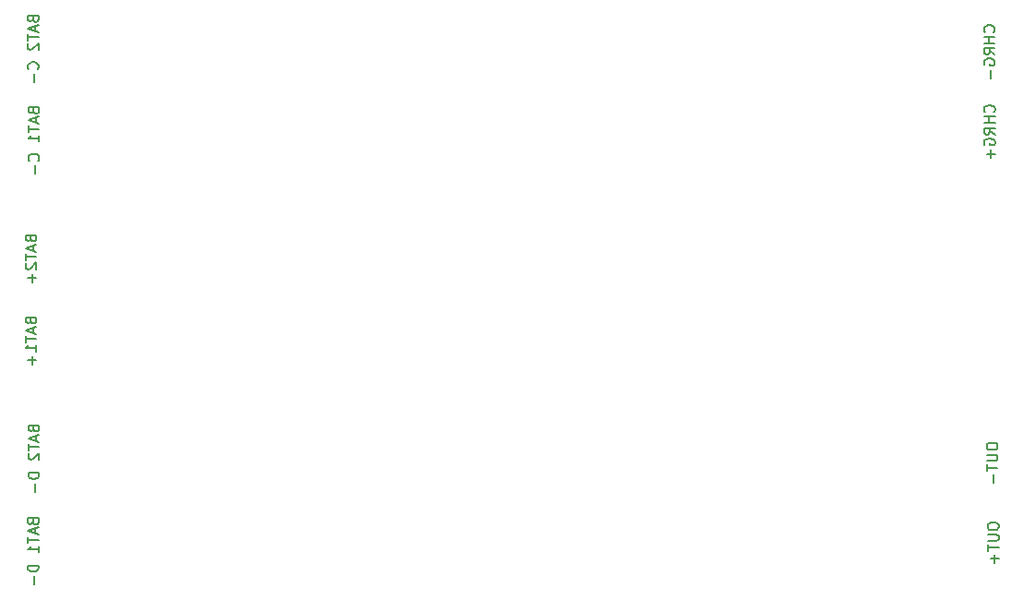
<source format=gbr>
G04 #@! TF.GenerationSoftware,KiCad,Pcbnew,5.0.1*
G04 #@! TF.CreationDate,2019-04-07T22:06:23+02:00*
G04 #@! TF.ProjectId,ppboard,7070626F6172642E6B696361645F7063,rev?*
G04 #@! TF.SameCoordinates,Original*
G04 #@! TF.FileFunction,Legend,Bot*
G04 #@! TF.FilePolarity,Positive*
%FSLAX46Y46*%
G04 Gerber Fmt 4.6, Leading zero omitted, Abs format (unit mm)*
G04 Created by KiCad (PCBNEW 5.0.1) date Sun Apr  7 22:06:23 2019*
%MOMM*%
%LPD*%
G01*
G04 APERTURE LIST*
%ADD10C,0.200000*%
G04 APERTURE END LIST*
D10*
X186517142Y-47626666D02*
X186564761Y-47579047D01*
X186612380Y-47436190D01*
X186612380Y-47340952D01*
X186564761Y-47198095D01*
X186469523Y-47102857D01*
X186374285Y-47055238D01*
X186183809Y-47007619D01*
X186040952Y-47007619D01*
X185850476Y-47055238D01*
X185755238Y-47102857D01*
X185660000Y-47198095D01*
X185612380Y-47340952D01*
X185612380Y-47436190D01*
X185660000Y-47579047D01*
X185707619Y-47626666D01*
X186612380Y-48055238D02*
X185612380Y-48055238D01*
X186088571Y-48055238D02*
X186088571Y-48626666D01*
X186612380Y-48626666D02*
X185612380Y-48626666D01*
X186612380Y-49674285D02*
X186136190Y-49340952D01*
X186612380Y-49102857D02*
X185612380Y-49102857D01*
X185612380Y-49483809D01*
X185660000Y-49579047D01*
X185707619Y-49626666D01*
X185802857Y-49674285D01*
X185945714Y-49674285D01*
X186040952Y-49626666D01*
X186088571Y-49579047D01*
X186136190Y-49483809D01*
X186136190Y-49102857D01*
X185660000Y-50626666D02*
X185612380Y-50531428D01*
X185612380Y-50388571D01*
X185660000Y-50245714D01*
X185755238Y-50150476D01*
X185850476Y-50102857D01*
X186040952Y-50055238D01*
X186183809Y-50055238D01*
X186374285Y-50102857D01*
X186469523Y-50150476D01*
X186564761Y-50245714D01*
X186612380Y-50388571D01*
X186612380Y-50483809D01*
X186564761Y-50626666D01*
X186517142Y-50674285D01*
X186183809Y-50674285D01*
X186183809Y-50483809D01*
X186231428Y-51102857D02*
X186231428Y-51864761D01*
X186612380Y-51483809D02*
X185850476Y-51483809D01*
X186507142Y-40290666D02*
X186554761Y-40243047D01*
X186602380Y-40100190D01*
X186602380Y-40004952D01*
X186554761Y-39862095D01*
X186459523Y-39766857D01*
X186364285Y-39719238D01*
X186173809Y-39671619D01*
X186030952Y-39671619D01*
X185840476Y-39719238D01*
X185745238Y-39766857D01*
X185650000Y-39862095D01*
X185602380Y-40004952D01*
X185602380Y-40100190D01*
X185650000Y-40243047D01*
X185697619Y-40290666D01*
X186602380Y-40719238D02*
X185602380Y-40719238D01*
X186078571Y-40719238D02*
X186078571Y-41290666D01*
X186602380Y-41290666D02*
X185602380Y-41290666D01*
X186602380Y-42338285D02*
X186126190Y-42004952D01*
X186602380Y-41766857D02*
X185602380Y-41766857D01*
X185602380Y-42147809D01*
X185650000Y-42243047D01*
X185697619Y-42290666D01*
X185792857Y-42338285D01*
X185935714Y-42338285D01*
X186030952Y-42290666D01*
X186078571Y-42243047D01*
X186126190Y-42147809D01*
X186126190Y-41766857D01*
X185650000Y-43290666D02*
X185602380Y-43195428D01*
X185602380Y-43052571D01*
X185650000Y-42909714D01*
X185745238Y-42814476D01*
X185840476Y-42766857D01*
X186030952Y-42719238D01*
X186173809Y-42719238D01*
X186364285Y-42766857D01*
X186459523Y-42814476D01*
X186554761Y-42909714D01*
X186602380Y-43052571D01*
X186602380Y-43147809D01*
X186554761Y-43290666D01*
X186507142Y-43338285D01*
X186173809Y-43338285D01*
X186173809Y-43147809D01*
X186221428Y-43766857D02*
X186221428Y-44528761D01*
X185952380Y-85524952D02*
X185952380Y-85715428D01*
X186000000Y-85810666D01*
X186095238Y-85905904D01*
X186285714Y-85953523D01*
X186619047Y-85953523D01*
X186809523Y-85905904D01*
X186904761Y-85810666D01*
X186952380Y-85715428D01*
X186952380Y-85524952D01*
X186904761Y-85429714D01*
X186809523Y-85334476D01*
X186619047Y-85286857D01*
X186285714Y-85286857D01*
X186095238Y-85334476D01*
X186000000Y-85429714D01*
X185952380Y-85524952D01*
X185952380Y-86382095D02*
X186761904Y-86382095D01*
X186857142Y-86429714D01*
X186904761Y-86477333D01*
X186952380Y-86572571D01*
X186952380Y-86763047D01*
X186904761Y-86858285D01*
X186857142Y-86905904D01*
X186761904Y-86953523D01*
X185952380Y-86953523D01*
X185952380Y-87286857D02*
X185952380Y-87858285D01*
X186952380Y-87572571D02*
X185952380Y-87572571D01*
X186571428Y-88191619D02*
X186571428Y-88953523D01*
X186952380Y-88572571D02*
X186190476Y-88572571D01*
X185852380Y-78192952D02*
X185852380Y-78383428D01*
X185900000Y-78478666D01*
X185995238Y-78573904D01*
X186185714Y-78621523D01*
X186519047Y-78621523D01*
X186709523Y-78573904D01*
X186804761Y-78478666D01*
X186852380Y-78383428D01*
X186852380Y-78192952D01*
X186804761Y-78097714D01*
X186709523Y-78002476D01*
X186519047Y-77954857D01*
X186185714Y-77954857D01*
X185995238Y-78002476D01*
X185900000Y-78097714D01*
X185852380Y-78192952D01*
X185852380Y-79050095D02*
X186661904Y-79050095D01*
X186757142Y-79097714D01*
X186804761Y-79145333D01*
X186852380Y-79240571D01*
X186852380Y-79431047D01*
X186804761Y-79526285D01*
X186757142Y-79573904D01*
X186661904Y-79621523D01*
X185852380Y-79621523D01*
X185852380Y-79954857D02*
X185852380Y-80526285D01*
X186852380Y-80240571D02*
X185852380Y-80240571D01*
X186471428Y-80859619D02*
X186471428Y-81621523D01*
X98478571Y-85207714D02*
X98526190Y-85350571D01*
X98573809Y-85398190D01*
X98669047Y-85445809D01*
X98811904Y-85445809D01*
X98907142Y-85398190D01*
X98954761Y-85350571D01*
X99002380Y-85255333D01*
X99002380Y-84874380D01*
X98002380Y-84874380D01*
X98002380Y-85207714D01*
X98050000Y-85302952D01*
X98097619Y-85350571D01*
X98192857Y-85398190D01*
X98288095Y-85398190D01*
X98383333Y-85350571D01*
X98430952Y-85302952D01*
X98478571Y-85207714D01*
X98478571Y-84874380D01*
X98716666Y-85826761D02*
X98716666Y-86302952D01*
X99002380Y-85731523D02*
X98002380Y-86064857D01*
X99002380Y-86398190D01*
X98002380Y-86588666D02*
X98002380Y-87160095D01*
X99002380Y-86874380D02*
X98002380Y-86874380D01*
X99002380Y-88017238D02*
X99002380Y-87445809D01*
X99002380Y-87731523D02*
X98002380Y-87731523D01*
X98145238Y-87636285D01*
X98240476Y-87541047D01*
X98288095Y-87445809D01*
X99002380Y-89207714D02*
X98002380Y-89207714D01*
X98002380Y-89445809D01*
X98050000Y-89588666D01*
X98145238Y-89683904D01*
X98240476Y-89731523D01*
X98430952Y-89779142D01*
X98573809Y-89779142D01*
X98764285Y-89731523D01*
X98859523Y-89683904D01*
X98954761Y-89588666D01*
X99002380Y-89445809D01*
X99002380Y-89207714D01*
X98621428Y-90207714D02*
X98621428Y-90969619D01*
X98532571Y-76689714D02*
X98580190Y-76832571D01*
X98627809Y-76880190D01*
X98723047Y-76927809D01*
X98865904Y-76927809D01*
X98961142Y-76880190D01*
X99008761Y-76832571D01*
X99056380Y-76737333D01*
X99056380Y-76356380D01*
X98056380Y-76356380D01*
X98056380Y-76689714D01*
X98104000Y-76784952D01*
X98151619Y-76832571D01*
X98246857Y-76880190D01*
X98342095Y-76880190D01*
X98437333Y-76832571D01*
X98484952Y-76784952D01*
X98532571Y-76689714D01*
X98532571Y-76356380D01*
X98770666Y-77308761D02*
X98770666Y-77784952D01*
X99056380Y-77213523D02*
X98056380Y-77546857D01*
X99056380Y-77880190D01*
X98056380Y-78070666D02*
X98056380Y-78642095D01*
X99056380Y-78356380D02*
X98056380Y-78356380D01*
X98151619Y-78927809D02*
X98104000Y-78975428D01*
X98056380Y-79070666D01*
X98056380Y-79308761D01*
X98104000Y-79404000D01*
X98151619Y-79451619D01*
X98246857Y-79499238D01*
X98342095Y-79499238D01*
X98484952Y-79451619D01*
X99056380Y-78880190D01*
X99056380Y-79499238D01*
X99056380Y-80689714D02*
X98056380Y-80689714D01*
X98056380Y-80927809D01*
X98104000Y-81070666D01*
X98199238Y-81165904D01*
X98294476Y-81213523D01*
X98484952Y-81261142D01*
X98627809Y-81261142D01*
X98818285Y-81213523D01*
X98913523Y-81165904D01*
X99008761Y-81070666D01*
X99056380Y-80927809D01*
X99056380Y-80689714D01*
X98675428Y-81689714D02*
X98675428Y-82451619D01*
X98478571Y-39105714D02*
X98526190Y-39248571D01*
X98573809Y-39296190D01*
X98669047Y-39343809D01*
X98811904Y-39343809D01*
X98907142Y-39296190D01*
X98954761Y-39248571D01*
X99002380Y-39153333D01*
X99002380Y-38772380D01*
X98002380Y-38772380D01*
X98002380Y-39105714D01*
X98050000Y-39200952D01*
X98097619Y-39248571D01*
X98192857Y-39296190D01*
X98288095Y-39296190D01*
X98383333Y-39248571D01*
X98430952Y-39200952D01*
X98478571Y-39105714D01*
X98478571Y-38772380D01*
X98716666Y-39724761D02*
X98716666Y-40200952D01*
X99002380Y-39629523D02*
X98002380Y-39962857D01*
X99002380Y-40296190D01*
X98002380Y-40486666D02*
X98002380Y-41058095D01*
X99002380Y-40772380D02*
X98002380Y-40772380D01*
X98097619Y-41343809D02*
X98050000Y-41391428D01*
X98002380Y-41486666D01*
X98002380Y-41724761D01*
X98050000Y-41820000D01*
X98097619Y-41867619D01*
X98192857Y-41915238D01*
X98288095Y-41915238D01*
X98430952Y-41867619D01*
X99002380Y-41296190D01*
X99002380Y-41915238D01*
X98907142Y-43677142D02*
X98954761Y-43629523D01*
X99002380Y-43486666D01*
X99002380Y-43391428D01*
X98954761Y-43248571D01*
X98859523Y-43153333D01*
X98764285Y-43105714D01*
X98573809Y-43058095D01*
X98430952Y-43058095D01*
X98240476Y-43105714D01*
X98145238Y-43153333D01*
X98050000Y-43248571D01*
X98002380Y-43391428D01*
X98002380Y-43486666D01*
X98050000Y-43629523D01*
X98097619Y-43677142D01*
X98621428Y-44105714D02*
X98621428Y-44867619D01*
X98528571Y-47519714D02*
X98576190Y-47662571D01*
X98623809Y-47710190D01*
X98719047Y-47757809D01*
X98861904Y-47757809D01*
X98957142Y-47710190D01*
X99004761Y-47662571D01*
X99052380Y-47567333D01*
X99052380Y-47186380D01*
X98052380Y-47186380D01*
X98052380Y-47519714D01*
X98100000Y-47614952D01*
X98147619Y-47662571D01*
X98242857Y-47710190D01*
X98338095Y-47710190D01*
X98433333Y-47662571D01*
X98480952Y-47614952D01*
X98528571Y-47519714D01*
X98528571Y-47186380D01*
X98766666Y-48138761D02*
X98766666Y-48614952D01*
X99052380Y-48043523D02*
X98052380Y-48376857D01*
X99052380Y-48710190D01*
X98052380Y-48900666D02*
X98052380Y-49472095D01*
X99052380Y-49186380D02*
X98052380Y-49186380D01*
X99052380Y-50329238D02*
X99052380Y-49757809D01*
X99052380Y-50043523D02*
X98052380Y-50043523D01*
X98195238Y-49948285D01*
X98290476Y-49853047D01*
X98338095Y-49757809D01*
X98957142Y-52091142D02*
X99004761Y-52043523D01*
X99052380Y-51900666D01*
X99052380Y-51805428D01*
X99004761Y-51662571D01*
X98909523Y-51567333D01*
X98814285Y-51519714D01*
X98623809Y-51472095D01*
X98480952Y-51472095D01*
X98290476Y-51519714D01*
X98195238Y-51567333D01*
X98100000Y-51662571D01*
X98052380Y-51805428D01*
X98052380Y-51900666D01*
X98100000Y-52043523D01*
X98147619Y-52091142D01*
X98671428Y-52519714D02*
X98671428Y-53281619D01*
X98278571Y-59240666D02*
X98326190Y-59383523D01*
X98373809Y-59431142D01*
X98469047Y-59478761D01*
X98611904Y-59478761D01*
X98707142Y-59431142D01*
X98754761Y-59383523D01*
X98802380Y-59288285D01*
X98802380Y-58907333D01*
X97802380Y-58907333D01*
X97802380Y-59240666D01*
X97850000Y-59335904D01*
X97897619Y-59383523D01*
X97992857Y-59431142D01*
X98088095Y-59431142D01*
X98183333Y-59383523D01*
X98230952Y-59335904D01*
X98278571Y-59240666D01*
X98278571Y-58907333D01*
X98516666Y-59859714D02*
X98516666Y-60335904D01*
X98802380Y-59764476D02*
X97802380Y-60097809D01*
X98802380Y-60431142D01*
X97802380Y-60621619D02*
X97802380Y-61193047D01*
X98802380Y-60907333D02*
X97802380Y-60907333D01*
X97897619Y-61478761D02*
X97850000Y-61526380D01*
X97802380Y-61621619D01*
X97802380Y-61859714D01*
X97850000Y-61954952D01*
X97897619Y-62002571D01*
X97992857Y-62050190D01*
X98088095Y-62050190D01*
X98230952Y-62002571D01*
X98802380Y-61431142D01*
X98802380Y-62050190D01*
X98421428Y-62478761D02*
X98421428Y-63240666D01*
X98802380Y-62859714D02*
X98040476Y-62859714D01*
X98278571Y-66776666D02*
X98326190Y-66919523D01*
X98373809Y-66967142D01*
X98469047Y-67014761D01*
X98611904Y-67014761D01*
X98707142Y-66967142D01*
X98754761Y-66919523D01*
X98802380Y-66824285D01*
X98802380Y-66443333D01*
X97802380Y-66443333D01*
X97802380Y-66776666D01*
X97850000Y-66871904D01*
X97897619Y-66919523D01*
X97992857Y-66967142D01*
X98088095Y-66967142D01*
X98183333Y-66919523D01*
X98230952Y-66871904D01*
X98278571Y-66776666D01*
X98278571Y-66443333D01*
X98516666Y-67395714D02*
X98516666Y-67871904D01*
X98802380Y-67300476D02*
X97802380Y-67633809D01*
X98802380Y-67967142D01*
X97802380Y-68157619D02*
X97802380Y-68729047D01*
X98802380Y-68443333D02*
X97802380Y-68443333D01*
X98802380Y-69586190D02*
X98802380Y-69014761D01*
X98802380Y-69300476D02*
X97802380Y-69300476D01*
X97945238Y-69205238D01*
X98040476Y-69110000D01*
X98088095Y-69014761D01*
X98421428Y-70014761D02*
X98421428Y-70776666D01*
X98802380Y-70395714D02*
X98040476Y-70395714D01*
M02*

</source>
